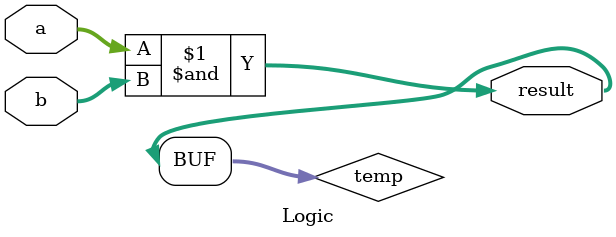
<source format=v>
module Logic(
  input [3:0] a,
  input [3:0] b,
  output [3:0] result
);

  wire [3:0] temp;

  assign temp = a & b;
  assign result = temp;

endmodule

</source>
